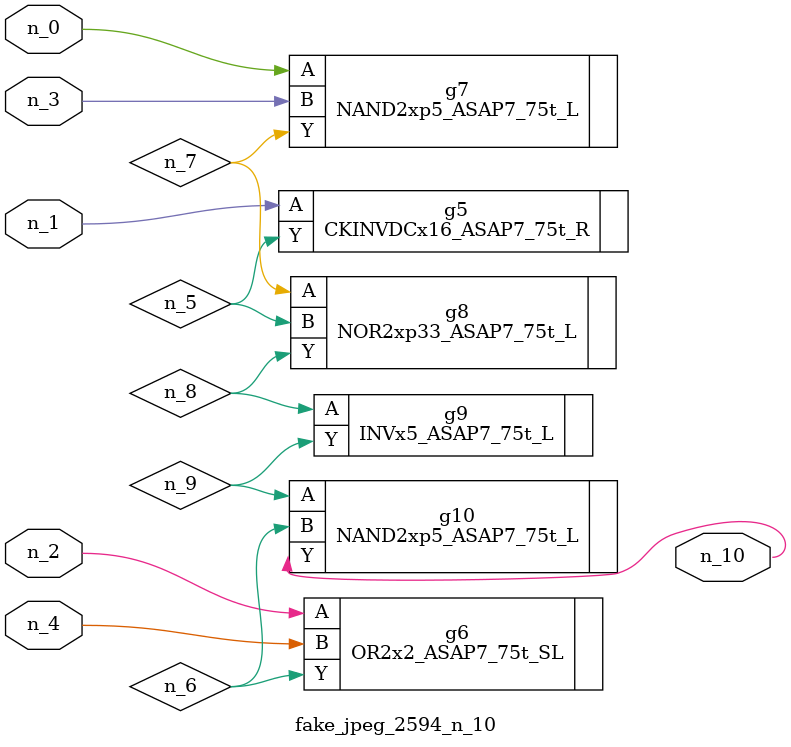
<source format=v>
module fake_jpeg_2594_n_10 (n_3, n_2, n_1, n_0, n_4, n_10);

input n_3;
input n_2;
input n_1;
input n_0;
input n_4;

output n_10;

wire n_8;
wire n_9;
wire n_6;
wire n_5;
wire n_7;

CKINVDCx16_ASAP7_75t_R g5 ( 
.A(n_1),
.Y(n_5)
);

OR2x2_ASAP7_75t_SL g6 ( 
.A(n_2),
.B(n_4),
.Y(n_6)
);

NAND2xp5_ASAP7_75t_L g7 ( 
.A(n_0),
.B(n_3),
.Y(n_7)
);

NOR2xp33_ASAP7_75t_L g8 ( 
.A(n_7),
.B(n_5),
.Y(n_8)
);

INVx5_ASAP7_75t_L g9 ( 
.A(n_8),
.Y(n_9)
);

NAND2xp5_ASAP7_75t_L g10 ( 
.A(n_9),
.B(n_6),
.Y(n_10)
);


endmodule
</source>
